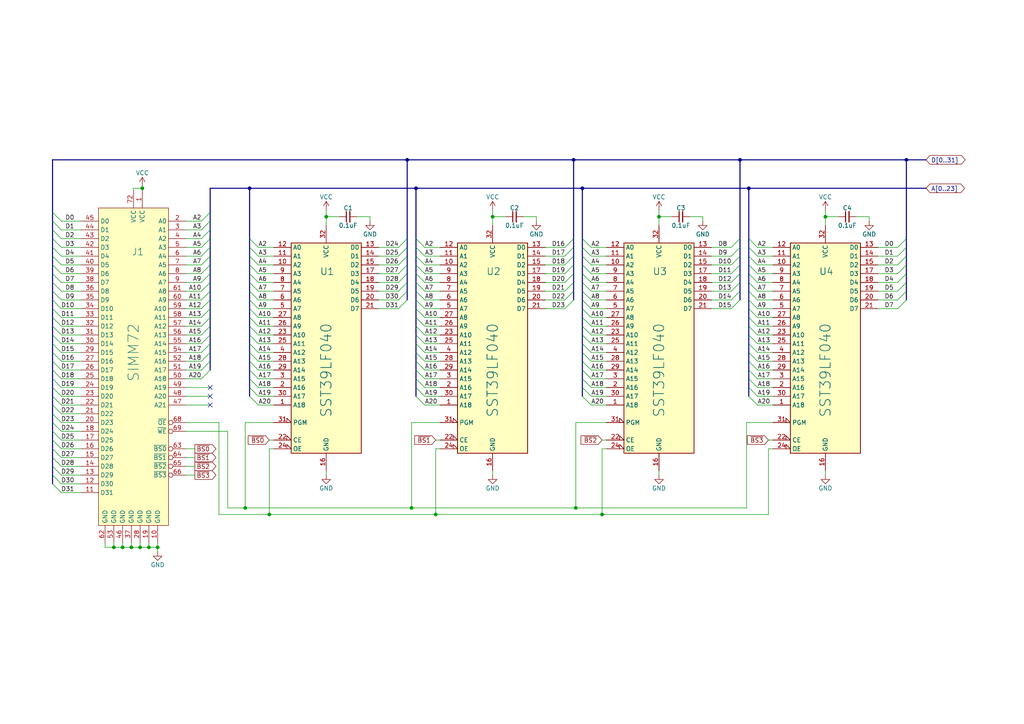
<source format=kicad_sch>
(kicad_sch (version 20230121) (generator eeschema)
  (paper "A4")
  (title_block (title "Raven flash rom") (date "2023") (rev "A0") (company "Licensed under CERN-OHL-P v2") (comment 1 "Anders Granlund"))
  (lib_symbols
    (symbol "68k:SIMM72-Raven"
      (property "Reference" "J" (at 0 29.21 0))
      (property "Value" "SIMM72" (at 1.27 0 90))
      (symbol "SIMM72-Raven_1_1"
        (pin power_in line (at -1.27 46.99 270) (length 5.08) (name "VCC") (number "1"))
        (pin power_in line (at -5.715 -55.245 90) (length 5.08) (name "GND") (number "10"))
        (pin bidirectional line (at 16.51 -40.64 180) (length 5.08) (name "D31") (number "11"))
        (pin bidirectional line (at 16.51 -38.1 180) (length 5.08) (name "D30") (number "12"))
        (pin bidirectional line (at 16.51 -35.56 180) (length 5.08) (name "D29") (number "13"))
        (pin bidirectional line (at 16.51 -33.02 180) (length 5.08) (name "D28") (number "14"))
        (pin bidirectional line (at 16.51 -30.48 180) (length 5.08) (name "D27") (number "15"))
        (pin bidirectional line (at 16.51 -27.94 180) (length 5.08) (name "D26") (number "16"))
        (pin bidirectional line (at 16.51 -25.4 180) (length 5.08) (name "D25") (number "17"))
        (pin bidirectional line (at 16.51 -22.86 180) (length 5.08) (name "D24") (number "18"))
        (pin power_in line (at -3.175 -55.245 90) (length 5.08) (name "GND") (number "19"))
        (pin input line (at -13.97 38.1 0) (length 5.08) (name "A0") (number "2"))
        (pin bidirectional line (at 16.51 -20.32 180) (length 5.08) (name "D23") (number "20"))
        (pin bidirectional line (at 16.51 -17.78 180) (length 5.08) (name "D22") (number "21"))
        (pin bidirectional line (at 16.51 -15.24 180) (length 5.08) (name "D21") (number "22"))
        (pin bidirectional line (at 16.51 -12.7 180) (length 5.08) (name "D20") (number "23"))
        (pin bidirectional line (at 16.51 -10.16 180) (length 5.08) (name "D19") (number "24"))
        (pin bidirectional line (at 16.51 -7.62 180) (length 5.08) (name "D18") (number "25"))
        (pin bidirectional line (at 16.51 -5.08 180) (length 5.08) (name "D17") (number "26"))
        (pin bidirectional line (at 16.51 -2.54 180) (length 5.08) (name "D16") (number "27"))
        (pin power_in line (at -0.635 -55.245 90) (length 5.08) (name "GND") (number "28"))
        (pin bidirectional line (at 16.51 0 180) (length 5.08) (name "D15") (number "29"))
        (pin input line (at -13.97 35.56 0) (length 5.08) (name "A1") (number "3"))
        (pin bidirectional line (at 16.51 2.54 180) (length 5.08) (name "D14") (number "30"))
        (pin bidirectional line (at 16.51 5.08 180) (length 5.08) (name "D13") (number "31"))
        (pin bidirectional line (at 16.51 7.62 180) (length 5.08) (name "D12") (number "32"))
        (pin bidirectional line (at 16.51 10.16 180) (length 5.08) (name "D11") (number "33"))
        (pin bidirectional line (at 16.51 12.7 180) (length 5.08) (name "D10") (number "34"))
        (pin bidirectional line (at 16.51 15.24 180) (length 5.08) (name "D9") (number "35"))
        (pin bidirectional line (at 16.51 17.78 180) (length 5.08) (name "D8") (number "36"))
        (pin power_in line (at 1.905 -55.245 90) (length 5.08) (name "GND") (number "37"))
        (pin bidirectional line (at 16.51 20.32 180) (length 5.08) (name "D7") (number "38"))
        (pin bidirectional line (at 16.51 22.86 180) (length 5.08) (name "D6") (number "39"))
        (pin input line (at -13.97 33.02 0) (length 5.08) (name "A2") (number "4"))
        (pin bidirectional line (at 16.51 25.4 180) (length 5.08) (name "D5") (number "40"))
        (pin bidirectional line (at 16.51 27.94 180) (length 5.08) (name "D4") (number "41"))
        (pin bidirectional line (at 16.51 30.48 180) (length 5.08) (name "D3") (number "42"))
        (pin bidirectional line (at 16.51 33.02 180) (length 5.08) (name "D2") (number "43"))
        (pin bidirectional line (at 16.51 35.56 180) (length 5.08) (name "D1") (number "44"))
        (pin bidirectional line (at 16.51 38.1 180) (length 5.08) (name "D0") (number "45"))
        (pin power_in line (at 4.445 -55.245 90) (length 5.08) (name "GND") (number "46"))
        (pin input line (at -13.97 -15.24 0) (length 5.08) (name "A21") (number "47"))
        (pin input line (at -13.97 -12.7 0) (length 5.08) (name "A20") (number "48"))
        (pin input line (at -13.97 -10.16 0) (length 5.08) (name "A19") (number "49"))
        (pin input line (at -13.97 30.48 0) (length 5.08) (name "A3") (number "5"))
        (pin input line (at -13.97 -7.62 0) (length 5.08) (name "A18") (number "50"))
        (pin input line (at -13.97 -5.08 0) (length 5.08) (name "A17") (number "51"))
        (pin input line (at -13.97 -2.54 0) (length 5.08) (name "A16") (number "52"))
        (pin power_in line (at 6.985 -55.245 90) (length 5.08) (name "GND") (number "53"))
        (pin input line (at -13.97 0 0) (length 5.08) (name "A15") (number "54"))
        (pin input line (at -13.97 2.54 0) (length 5.08) (name "A14") (number "55"))
        (pin input line (at -13.97 5.08 0) (length 5.08) (name "A13") (number "56"))
        (pin input line (at -13.97 7.62 0) (length 5.08) (name "A12") (number "57"))
        (pin input line (at -13.97 10.16 0) (length 5.08) (name "A11") (number "58"))
        (pin input line (at -13.97 12.7 0) (length 5.08) (name "A10") (number "59"))
        (pin input line (at -13.97 27.94 0) (length 5.08) (name "A4") (number "6"))
        (pin input line (at -13.97 15.24 0) (length 5.08) (name "A9") (number "60"))
        (pin input line (at -13.97 17.78 0) (length 5.08) (name "A8") (number "61"))
        (pin power_in line (at 9.525 -55.245 90) (length 5.08) (name "GND") (number "62"))
        (pin input inverted (at -13.97 -27.94 0) (length 5.08) (name "~{BS0}") (number "63"))
        (pin input inverted (at -13.97 -30.48 0) (length 5.08) (name "~{BS1}") (number "64"))
        (pin input inverted (at -13.97 -33.02 0) (length 5.08) (name "~{BS2}") (number "65"))
        (pin input inverted (at -13.97 -35.56 0) (length 5.08) (name "~{BS3}") (number "66"))
        (pin no_connect inverted (at -8.89 -39.37 180) (length 5.08) hide (name "nc") (number "67"))
        (pin input inverted (at -13.97 -20.32 0) (length 5.08) (name "~{OE}") (number "68"))
        (pin input inverted (at -13.97 -22.86 0) (length 5.08) (name "~{WE}") (number "69"))
        (pin input line (at -13.97 25.4 0) (length 5.08) (name "A5") (number "7"))
        (pin no_connect line (at -8.89 -41.91 180) (length 5.08) hide (name "nc") (number "70"))
        (pin no_connect line (at -8.89 -44.45 180) (length 5.08) hide (name "nc") (number "71"))
        (pin power_in line (at 1.27 46.99 270) (length 5.08) (name "VCC") (number "72"))
        (pin input line (at -13.97 22.86 0) (length 5.08) (name "A6") (number "8"))
        (pin input line (at -13.97 20.32 0) (length 5.08) (name "A7") (number "9"))
      )
    )
    (symbol "68k:SST39VF040_PLCC"
      (property "Reference" "U" (at 0 21.59 0))
      (property "Value" "SST39SF040" (at 0 0 90))
      (symbol "SST39VF040_PLCC_0_0"
        (pin power_in line (at 0 -34.29 90) (length 5.08) (name "GND") (number "16"))
        (pin power_in line (at 0 36.83 270) (length 5.08) (name "VCC") (number "32"))
      )
      (symbol "SST39VF040_PLCC_1_1"
        (pin input line (at -15.24 -15.24 0) (length 5.08) (name "A18") (number "1"))
        (pin input line (at -15.24 25.4 0) (length 5.08) (name "A2") (number "10"))
        (pin input line (at -15.24 27.94 0) (length 5.08) (name "A1") (number "11"))
        (pin input line (at -15.24 30.48 0) (length 5.08) (name "A0") (number "12"))
        (pin tri_state line (at 15.24 30.48 180) (length 5.08) (name "D0") (number "13"))
        (pin tri_state line (at 15.24 27.94 180) (length 5.08) (name "D1") (number "14"))
        (pin tri_state line (at 15.24 25.4 180) (length 5.08) (name "D2") (number "15"))
        (pin tri_state line (at 15.24 22.86 180) (length 5.08) (name "D3") (number "17"))
        (pin tri_state line (at 15.24 20.32 180) (length 5.08) (name "D4") (number "18"))
        (pin tri_state line (at 15.24 17.78 180) (length 5.08) (name "D5") (number "19"))
        (pin input line (at -15.24 -10.16 0) (length 5.08) (name "A16") (number "2"))
        (pin tri_state line (at 15.24 15.24 180) (length 5.08) (name "D6") (number "20"))
        (pin tri_state line (at 15.24 12.7 180) (length 5.08) (name "D7") (number "21"))
        (pin input input_low (at -15.24 -25.4 0) (length 5.08) (name "CE") (number "22"))
        (pin input line (at -15.24 5.08 0) (length 5.08) (name "A10") (number "23"))
        (pin input input_low (at -15.24 -27.94 0) (length 5.08) (name "OE") (number "24"))
        (pin input line (at -15.24 2.54 0) (length 5.08) (name "A11") (number "25"))
        (pin input line (at -15.24 7.62 0) (length 5.08) (name "A9") (number "26"))
        (pin input line (at -15.24 10.16 0) (length 5.08) (name "A8") (number "27"))
        (pin input line (at -15.24 -2.54 0) (length 5.08) (name "A13") (number "28"))
        (pin input line (at -15.24 -5.08 0) (length 5.08) (name "A14") (number "29"))
        (pin input line (at -15.24 -7.62 0) (length 5.08) (name "A15") (number "3"))
        (pin input line (at -15.24 -12.7 0) (length 5.08) (name "A17") (number "30"))
        (pin input input_low (at -15.24 -20.32 0) (length 5.08) (name "PGM") (number "31"))
        (pin input line (at -15.24 0 0) (length 5.08) (name "A12") (number "4"))
        (pin input line (at -15.24 12.7 0) (length 5.08) (name "A7") (number "5"))
        (pin input line (at -15.24 15.24 0) (length 5.08) (name "A6") (number "6"))
        (pin input line (at -15.24 17.78 0) (length 5.08) (name "A5") (number "7"))
        (pin input line (at -15.24 20.32 0) (length 5.08) (name "A4") (number "8"))
        (pin input line (at -15.24 22.86 0) (length 5.08) (name "A3") (number "9"))
      )
    )
    (symbol "68k:c_100nf_smd1206" (pin_numbers hide) (pin_names (offset 0.254) hide)
      (property "Reference" "C" (at 0.635 1.905 0))
      (property "Value" "0.1uF" (at 0.635 -1.905 0))
      (symbol "c_100nf_smd1206_1_1"
        (pin passive line (at 0 2.54 270) (length 2.032) (name "~") (number "1"))
        (pin passive line (at 0 -2.54 90) (length 2.032) (name "~") (number "2"))
      )
    )
    (symbol "power:GND" (power) (pin_names (offset 0))
      (property "Value" "GND" (at 0 -3.81 0))
      (symbol "GND_1_1"
        (pin power_in line (at 0 0 270) (length 0) hide (name "GND") (number "1"))
      )
    )
    (symbol "power:VCC" (power) (pin_names (offset 0))
      (property "Value" "VCC" (at 0 3.81 0))
      (symbol "VCC_1_1"
        (pin power_in line (at 0 0 90) (length 0) hide (name "VCC") (number "1"))
      )
    )
  )
  (junction (at 119.38 147.32))
  (junction (at 43.18 158.75))
  (junction (at 94.615 62.865))
  (junction (at 71.12 147.32))
  (junction (at 214.63 46.355))
  (junction (at 166.37 46.355))
  (junction (at 33.02 158.75))
  (junction (at 262.89 46.355))
  (junction (at 72.39 54.61))
  (junction (at 126.365 149.225))
  (junction (at 142.875 62.865))
  (junction (at 217.17 54.61))
  (junction (at 168.91 54.61))
  (junction (at 35.56 158.75))
  (junction (at 118.11 46.355))
  (junction (at 38.1 158.75))
  (junction (at 174.625 149.225))
  (junction (at 45.72 158.75))
  (junction (at 40.64 158.75))
  (junction (at 239.395 62.865))
  (junction (at 191.135 62.865))
  (junction (at 78.105 149.225))
  (junction (at 120.65 54.61))
  (junction (at 41.275 54.61))
  (junction (at 167.005 147.32))
  (no_connect (at 60.96 117.475))
  (no_connect (at 60.96 114.935))
  (no_connect (at 60.96 112.395))
  (bus_entry (at 72.39 81.915) (size 2.54 2.54))
  (bus_entry (at 15.24 132.715) (size 2.54 2.54))
  (bus_entry (at 15.24 114.935) (size 2.54 2.54))
  (bus_entry (at 72.39 104.775) (size 2.54 2.54))
  (bus_entry (at 15.24 84.455) (size 2.54 2.54))
  (bus_entry (at 72.39 97.155) (size 2.54 2.54))
  (bus_entry (at 15.24 74.295) (size 2.54 2.54))
  (bus_entry (at 166.37 79.375) (size -2.54 2.54))
  (bus_entry (at 262.89 84.455) (size -2.54 2.54))
  (bus_entry (at 120.65 112.395) (size 2.54 2.54))
  (bus_entry (at 60.96 97.155) (size -2.54 2.54))
  (bus_entry (at 15.24 104.775) (size 2.54 2.54))
  (bus_entry (at 168.91 84.455) (size 2.54 2.54))
  (bus_entry (at 15.24 89.535) (size 2.54 2.54))
  (bus_entry (at 166.37 76.835) (size -2.54 2.54))
  (bus_entry (at 15.24 107.315) (size 2.54 2.54))
  (bus_entry (at 15.24 64.135) (size 2.54 2.54))
  (bus_entry (at 168.91 112.395) (size 2.54 2.54))
  (bus_entry (at 217.17 89.535) (size 2.54 2.54))
  (bus_entry (at 118.11 76.835) (size -2.54 2.54))
  (bus_entry (at 217.17 74.295) (size 2.54 2.54))
  (bus_entry (at 72.39 84.455) (size 2.54 2.54))
  (bus_entry (at 262.89 71.755) (size -2.54 2.54))
  (bus_entry (at 217.17 109.855) (size 2.54 2.54))
  (bus_entry (at 118.11 86.995) (size -2.54 2.54))
  (bus_entry (at 60.96 84.455) (size -2.54 2.54))
  (bus_entry (at 217.17 79.375) (size 2.54 2.54))
  (bus_entry (at 168.91 89.535) (size 2.54 2.54))
  (bus_entry (at 15.24 125.095) (size 2.54 2.54))
  (bus_entry (at 217.17 84.455) (size 2.54 2.54))
  (bus_entry (at 118.11 79.375) (size -2.54 2.54))
  (bus_entry (at 166.37 69.215) (size -2.54 2.54))
  (bus_entry (at 120.65 86.995) (size 2.54 2.54))
  (bus_entry (at 120.65 102.235) (size 2.54 2.54))
  (bus_entry (at 262.89 79.375) (size -2.54 2.54))
  (bus_entry (at 168.91 102.235) (size 2.54 2.54))
  (bus_entry (at 72.39 102.235) (size 2.54 2.54))
  (bus_entry (at 214.63 84.455) (size -2.54 2.54))
  (bus_entry (at 15.24 137.795) (size 2.54 2.54))
  (bus_entry (at 60.96 71.755) (size -2.54 2.54))
  (bus_entry (at 217.17 76.835) (size 2.54 2.54))
  (bus_entry (at 72.39 107.315) (size 2.54 2.54))
  (bus_entry (at 60.96 107.315) (size -2.54 2.54))
  (bus_entry (at 15.24 76.835) (size 2.54 2.54))
  (bus_entry (at 15.24 99.695) (size 2.54 2.54))
  (bus_entry (at 168.91 76.835) (size 2.54 2.54))
  (bus_entry (at 168.91 81.915) (size 2.54 2.54))
  (bus_entry (at 72.39 86.995) (size 2.54 2.54))
  (bus_entry (at 60.96 69.215) (size -2.54 2.54))
  (bus_entry (at 120.65 99.695) (size 2.54 2.54))
  (bus_entry (at 120.65 97.155) (size 2.54 2.54))
  (bus_entry (at 118.11 81.915) (size -2.54 2.54))
  (bus_entry (at 15.24 92.075) (size 2.54 2.54))
  (bus_entry (at 72.39 89.535) (size 2.54 2.54))
  (bus_entry (at 214.63 74.295) (size -2.54 2.54))
  (bus_entry (at 166.37 81.915) (size -2.54 2.54))
  (bus_entry (at 118.11 84.455) (size -2.54 2.54))
  (bus_entry (at 120.65 84.455) (size 2.54 2.54))
  (bus_entry (at 217.17 71.755) (size 2.54 2.54))
  (bus_entry (at 168.91 97.155) (size 2.54 2.54))
  (bus_entry (at 60.96 76.835) (size -2.54 2.54))
  (bus_entry (at 72.39 109.855) (size 2.54 2.54))
  (bus_entry (at 217.17 97.155) (size 2.54 2.54))
  (bus_entry (at 168.91 107.315) (size 2.54 2.54))
  (bus_entry (at 120.65 74.295) (size 2.54 2.54))
  (bus_entry (at 60.96 94.615) (size -2.54 2.54))
  (bus_entry (at 120.65 104.775) (size 2.54 2.54))
  (bus_entry (at 120.65 69.215) (size 2.54 2.54))
  (bus_entry (at 15.24 81.915) (size 2.54 2.54))
  (bus_entry (at 120.65 92.075) (size 2.54 2.54))
  (bus_entry (at 15.24 120.015) (size 2.54 2.54))
  (bus_entry (at 120.65 79.375) (size 2.54 2.54))
  (bus_entry (at 262.89 69.215) (size -2.54 2.54))
  (bus_entry (at 168.91 104.775) (size 2.54 2.54))
  (bus_entry (at 118.11 74.295) (size -2.54 2.54))
  (bus_entry (at 217.17 102.235) (size 2.54 2.54))
  (bus_entry (at 214.63 86.995) (size -2.54 2.54))
  (bus_entry (at 120.65 109.855) (size 2.54 2.54))
  (bus_entry (at 166.37 71.755) (size -2.54 2.54))
  (bus_entry (at 120.65 89.535) (size 2.54 2.54))
  (bus_entry (at 60.96 89.535) (size -2.54 2.54))
  (bus_entry (at 214.63 76.835) (size -2.54 2.54))
  (bus_entry (at 120.65 71.755) (size 2.54 2.54))
  (bus_entry (at 72.39 71.755) (size 2.54 2.54))
  (bus_entry (at 72.39 112.395) (size 2.54 2.54))
  (bus_entry (at 120.65 107.315) (size 2.54 2.54))
  (bus_entry (at 168.91 109.855) (size 2.54 2.54))
  (bus_entry (at 60.96 81.915) (size -2.54 2.54))
  (bus_entry (at 214.63 71.755) (size -2.54 2.54))
  (bus_entry (at 217.17 81.915) (size 2.54 2.54))
  (bus_entry (at 15.24 122.555) (size 2.54 2.54))
  (bus_entry (at 60.96 99.695) (size -2.54 2.54))
  (bus_entry (at 15.24 112.395) (size 2.54 2.54))
  (bus_entry (at 118.11 71.755) (size -2.54 2.54))
  (bus_entry (at 262.89 74.295) (size -2.54 2.54))
  (bus_entry (at 168.91 94.615) (size 2.54 2.54))
  (bus_entry (at 214.63 81.915) (size -2.54 2.54))
  (bus_entry (at 217.17 107.315) (size 2.54 2.54))
  (bus_entry (at 15.24 66.675) (size 2.54 2.54))
  (bus_entry (at 15.24 79.375) (size 2.54 2.54))
  (bus_entry (at 168.91 69.215) (size 2.54 2.54))
  (bus_entry (at 15.24 127.635) (size 2.54 2.54))
  (bus_entry (at 72.39 114.935) (size 2.54 2.54))
  (bus_entry (at 15.24 69.215) (size 2.54 2.54))
  (bus_entry (at 168.91 86.995) (size 2.54 2.54))
  (bus_entry (at 168.91 74.295) (size 2.54 2.54))
  (bus_entry (at 60.96 79.375) (size -2.54 2.54))
  (bus_entry (at 15.24 117.475) (size 2.54 2.54))
  (bus_entry (at 15.24 71.755) (size 2.54 2.54))
  (bus_entry (at 262.89 76.835) (size -2.54 2.54))
  (bus_entry (at 214.63 79.375) (size -2.54 2.54))
  (bus_entry (at 217.17 86.995) (size 2.54 2.54))
  (bus_entry (at 120.65 81.915) (size 2.54 2.54))
  (bus_entry (at 262.89 81.915) (size -2.54 2.54))
  (bus_entry (at 217.17 94.615) (size 2.54 2.54))
  (bus_entry (at 120.65 76.835) (size 2.54 2.54))
  (bus_entry (at 168.91 99.695) (size 2.54 2.54))
  (bus_entry (at 168.91 114.935) (size 2.54 2.54))
  (bus_entry (at 72.39 99.695) (size 2.54 2.54))
  (bus_entry (at 166.37 86.995) (size -2.54 2.54))
  (bus_entry (at 72.39 69.215) (size 2.54 2.54))
  (bus_entry (at 118.11 69.215) (size -2.54 2.54))
  (bus_entry (at 15.24 61.595) (size 2.54 2.54))
  (bus_entry (at 15.24 86.995) (size 2.54 2.54))
  (bus_entry (at 72.39 92.075) (size 2.54 2.54))
  (bus_entry (at 262.89 86.995) (size -2.54 2.54))
  (bus_entry (at 72.39 74.295) (size 2.54 2.54))
  (bus_entry (at 15.24 109.855) (size 2.54 2.54))
  (bus_entry (at 217.17 112.395) (size 2.54 2.54))
  (bus_entry (at 15.24 102.235) (size 2.54 2.54))
  (bus_entry (at 60.96 92.075) (size -2.54 2.54))
  (bus_entry (at 60.96 66.675) (size -2.54 2.54))
  (bus_entry (at 120.65 114.935) (size 2.54 2.54))
  (bus_entry (at 217.17 104.775) (size 2.54 2.54))
  (bus_entry (at 60.96 74.295) (size -2.54 2.54))
  (bus_entry (at 72.39 94.615) (size 2.54 2.54))
  (bus_entry (at 72.39 79.375) (size 2.54 2.54))
  (bus_entry (at 60.96 102.235) (size -2.54 2.54))
  (bus_entry (at 15.24 94.615) (size 2.54 2.54))
  (bus_entry (at 217.17 99.695) (size 2.54 2.54))
  (bus_entry (at 217.17 69.215) (size 2.54 2.54))
  (bus_entry (at 166.37 84.455) (size -2.54 2.54))
  (bus_entry (at 166.37 74.295) (size -2.54 2.54))
  (bus_entry (at 60.96 61.595) (size -2.54 2.54))
  (bus_entry (at 214.63 69.215) (size -2.54 2.54))
  (bus_entry (at 60.96 86.995) (size -2.54 2.54))
  (bus_entry (at 15.24 97.155) (size 2.54 2.54))
  (bus_entry (at 168.91 79.375) (size 2.54 2.54))
  (bus_entry (at 217.17 114.935) (size 2.54 2.54))
  (bus_entry (at 15.24 130.175) (size 2.54 2.54))
  (bus_entry (at 168.91 92.075) (size 2.54 2.54))
  (bus_entry (at 15.24 135.255) (size 2.54 2.54))
  (bus_entry (at 217.17 92.075) (size 2.54 2.54))
  (bus_entry (at 15.24 140.335) (size 2.54 2.54))
  (bus_entry (at 60.96 64.135) (size -2.54 2.54))
  (bus_entry (at 120.65 94.615) (size 2.54 2.54))
  (bus_entry (at 72.39 76.835) (size 2.54 2.54))
  (bus_entry (at 168.91 71.755) (size 2.54 2.54))
  (bus_entry (at 60.96 104.775) (size -2.54 2.54))
  (wire (pts (xy 58.42 89.535) (xy 53.975 89.535)))
  (wire (pts (xy 123.19 79.375) (xy 127.635 79.375)))
  (wire (pts (xy 58.42 81.915) (xy 53.975 81.915)))
  (wire (pts (xy 171.45 117.475) (xy 175.895 117.475)))
  (wire (pts (xy 53.975 135.255) (xy 56.515 135.255)))
  (wire (pts (xy 53.975 112.395) (xy 60.96 112.395)))
  (wire (pts (xy 74.93 74.295) (xy 79.375 74.295)))
  (wire (pts (xy 191.135 62.865) (xy 191.135 60.96)))
  (wire (pts (xy 191.135 136.525) (xy 191.135 137.795)))
  (wire (pts (xy 254.635 74.295) (xy 260.35 74.295)))
  (wire (pts (xy 35.56 157.48) (xy 35.56 158.75)))
  (bus (pts (xy 15.24 114.935) (xy 15.24 112.395)))
  (wire (pts (xy 41.275 54.61) (xy 41.275 55.245)))
  (bus (pts (xy 120.65 92.075) (xy 120.65 89.535)))
  (wire (pts (xy 53.975 125.095) (xy 66.04 125.095)))
  (bus (pts (xy 15.24 89.535) (xy 15.24 86.995)))
  (bus (pts (xy 214.63 46.355) (xy 214.63 69.215)))
  (wire (pts (xy 219.71 92.075) (xy 224.155 92.075)))
  (wire (pts (xy 23.495 81.915) (xy 17.78 81.915)))
  (bus (pts (xy 262.89 46.355) (xy 262.89 69.215)))
  (bus (pts (xy 15.24 104.775) (xy 15.24 102.235)))
  (wire (pts (xy 23.495 66.675) (xy 17.78 66.675)))
  (bus (pts (xy 72.39 92.075) (xy 72.39 89.535)))
  (wire (pts (xy 254.635 79.375) (xy 260.35 79.375)))
  (wire (pts (xy 126.365 149.225) (xy 174.625 149.225)))
  (bus (pts (xy 214.63 86.995) (xy 214.63 84.455)))
  (wire (pts (xy 53.975 137.795) (xy 56.515 137.795)))
  (wire (pts (xy 191.135 62.865) (xy 191.135 65.405)))
  (wire (pts (xy 200.025 62.865) (xy 203.835 62.865)))
  (bus (pts (xy 60.96 102.235) (xy 60.96 99.695)))
  (bus (pts (xy 60.96 84.455) (xy 60.96 81.915)))
  (bus (pts (xy 217.17 92.075) (xy 217.17 89.535)))
  (wire (pts (xy 174.625 149.225) (xy 174.625 130.175)))
  (wire (pts (xy 243.205 62.865) (xy 239.395 62.865)))
  (wire (pts (xy 174.625 130.175) (xy 175.895 130.175)))
  (wire (pts (xy 58.42 104.775) (xy 53.975 104.775)))
  (bus (pts (xy 60.96 97.155) (xy 60.96 94.615)))
  (wire (pts (xy 23.495 114.935) (xy 17.78 114.935)))
  (wire (pts (xy 74.93 109.855) (xy 79.375 109.855)))
  (bus (pts (xy 120.65 54.61) (xy 120.65 69.215)))
  (wire (pts (xy 171.45 109.855) (xy 175.895 109.855)))
  (wire (pts (xy 23.495 132.715) (xy 17.78 132.715)))
  (wire (pts (xy 30.48 158.75) (xy 33.02 158.75)))
  (wire (pts (xy 219.71 89.535) (xy 224.155 89.535)))
  (bus (pts (xy 168.91 84.455) (xy 168.91 81.915)))
  (bus (pts (xy 72.39 107.315) (xy 72.39 104.775)))
  (bus (pts (xy 120.65 89.535) (xy 120.65 86.995)))
  (bus (pts (xy 262.89 74.295) (xy 262.89 71.755)))
  (wire (pts (xy 58.42 107.315) (xy 53.975 107.315)))
  (wire (pts (xy 58.42 97.155) (xy 53.975 97.155)))
  (wire (pts (xy 58.42 66.675) (xy 53.975 66.675)))
  (wire (pts (xy 38.735 54.61) (xy 38.735 55.245)))
  (bus (pts (xy 168.91 99.695) (xy 168.91 97.155)))
  (bus (pts (xy 60.96 104.775) (xy 60.96 102.235)))
  (bus (pts (xy 60.96 107.315) (xy 60.96 104.775)))
  (bus (pts (xy 168.91 97.155) (xy 168.91 94.615)))
  (bus (pts (xy 217.17 99.695) (xy 217.17 97.155)))
  (wire (pts (xy 216.535 147.32) (xy 167.005 147.32)))
  (bus (pts (xy 217.17 109.855) (xy 217.17 107.315)))
  (wire (pts (xy 38.735 54.61) (xy 41.275 54.61)))
  (wire (pts (xy 239.395 62.865) (xy 239.395 65.405)))
  (wire (pts (xy 219.71 107.315) (xy 224.155 107.315)))
  (bus (pts (xy 15.24 112.395) (xy 15.24 109.855)))
  (bus (pts (xy 214.63 79.375) (xy 214.63 76.835)))
  (wire (pts (xy 171.45 112.395) (xy 175.895 112.395)))
  (wire (pts (xy 94.615 136.525) (xy 94.615 137.795)))
  (wire (pts (xy 248.285 62.865) (xy 252.095 62.865)))
  (wire (pts (xy 45.72 158.75) (xy 45.72 160.02)))
  (wire (pts (xy 38.1 158.75) (xy 40.64 158.75)))
  (bus (pts (xy 120.65 99.695) (xy 120.65 97.155)))
  (bus (pts (xy 262.89 81.915) (xy 262.89 79.375)))
  (bus (pts (xy 72.39 97.155) (xy 72.39 94.615)))
  (bus (pts (xy 120.65 107.315) (xy 120.65 104.775)))
  (wire (pts (xy 123.19 86.995) (xy 127.635 86.995)))
  (bus (pts (xy 15.24 74.295) (xy 15.24 71.755)))
  (wire (pts (xy 74.93 114.935) (xy 79.375 114.935)))
  (bus (pts (xy 120.65 104.775) (xy 120.65 102.235)))
  (wire (pts (xy 53.975 132.715) (xy 56.515 132.715)))
  (bus (pts (xy 15.24 102.235) (xy 15.24 99.695)))
  (wire (pts (xy 119.38 122.555) (xy 119.38 147.32)))
  (wire (pts (xy 40.64 158.75) (xy 43.18 158.75)))
  (bus (pts (xy 120.65 71.755) (xy 120.65 69.215)))
  (bus (pts (xy 168.91 69.215) (xy 168.91 71.755)))
  (wire (pts (xy 151.765 62.865) (xy 155.575 62.865)))
  (wire (pts (xy 123.19 84.455) (xy 127.635 84.455)))
  (wire (pts (xy 194.945 62.865) (xy 191.135 62.865)))
  (wire (pts (xy 171.45 81.915) (xy 175.895 81.915)))
  (bus (pts (xy 217.17 89.535) (xy 217.17 86.995)))
  (bus (pts (xy 15.24 94.615) (xy 15.24 92.075)))
  (wire (pts (xy 146.685 62.865) (xy 142.875 62.865)))
  (bus (pts (xy 168.91 109.855) (xy 168.91 107.315)))
  (bus (pts (xy 72.39 79.375) (xy 72.39 76.835)))
  (bus (pts (xy 262.89 86.995) (xy 262.89 84.455)))
  (wire (pts (xy 23.495 64.135) (xy 17.78 64.135)))
  (wire (pts (xy 53.975 117.475) (xy 60.96 117.475)))
  (wire (pts (xy 219.71 97.155) (xy 224.155 97.155)))
  (bus (pts (xy 15.24 130.175) (xy 15.24 127.635)))
  (wire (pts (xy 158.115 79.375) (xy 163.83 79.375)))
  (wire (pts (xy 74.93 86.995) (xy 79.375 86.995)))
  (wire (pts (xy 66.04 147.32) (xy 71.12 147.32)))
  (wire (pts (xy 158.115 81.915) (xy 163.83 81.915)))
  (wire (pts (xy 23.495 127.635) (xy 17.78 127.635)))
  (wire (pts (xy 219.71 99.695) (xy 224.155 99.695)))
  (bus (pts (xy 168.91 74.295) (xy 168.91 71.755)))
  (wire (pts (xy 206.375 84.455) (xy 212.09 84.455)))
  (wire (pts (xy 123.19 92.075) (xy 127.635 92.075)))
  (bus (pts (xy 166.37 81.915) (xy 166.37 79.375)))
  (bus (pts (xy 217.17 74.295) (xy 217.17 71.755)))
  (bus (pts (xy 15.24 92.075) (xy 15.24 89.535)))
  (bus (pts (xy 72.39 94.615) (xy 72.39 92.075)))
  (bus (pts (xy 217.17 114.935) (xy 217.17 112.395)))
  (wire (pts (xy 254.635 84.455) (xy 260.35 84.455)))
  (wire (pts (xy 123.19 117.475) (xy 127.635 117.475)))
  (wire (pts (xy 126.365 130.175) (xy 126.365 149.225)))
  (wire (pts (xy 123.19 107.315) (xy 127.635 107.315)))
  (wire (pts (xy 74.93 112.395) (xy 79.375 112.395)))
  (bus (pts (xy 15.24 66.675) (xy 15.24 64.135)))
  (wire (pts (xy 71.12 147.32) (xy 119.38 147.32)))
  (wire (pts (xy 219.71 74.295) (xy 224.155 74.295)))
  (wire (pts (xy 206.375 86.995) (xy 212.09 86.995)))
  (bus (pts (xy 168.91 54.61) (xy 168.91 69.215)))
  (wire (pts (xy 222.885 130.175) (xy 224.155 130.175)))
  (bus (pts (xy 217.17 54.61) (xy 268.605 54.61)))
  (wire (pts (xy 23.495 76.835) (xy 17.78 76.835)))
  (wire (pts (xy 171.45 107.315) (xy 175.895 107.315)))
  (bus (pts (xy 214.63 46.355) (xy 262.89 46.355)))
  (bus (pts (xy 60.96 79.375) (xy 60.96 76.835)))
  (wire (pts (xy 58.42 74.295) (xy 53.975 74.295)))
  (bus (pts (xy 60.96 71.755) (xy 60.96 69.215)))
  (wire (pts (xy 254.635 89.535) (xy 260.35 89.535)))
  (wire (pts (xy 23.495 120.015) (xy 17.78 120.015)))
  (wire (pts (xy 219.71 81.915) (xy 224.155 81.915)))
  (bus (pts (xy 217.17 112.395) (xy 217.17 109.855)))
  (bus (pts (xy 60.96 64.135) (xy 60.96 61.595)))
  (wire (pts (xy 109.855 76.835) (xy 115.57 76.835)))
  (bus (pts (xy 15.24 127.635) (xy 15.24 125.095)))
  (wire (pts (xy 142.875 62.865) (xy 142.875 65.405)))
  (wire (pts (xy 35.56 158.75) (xy 38.1 158.75)))
  (wire (pts (xy 171.45 99.695) (xy 175.895 99.695)))
  (wire (pts (xy 219.71 104.775) (xy 224.155 104.775)))
  (wire (pts (xy 58.42 71.755) (xy 53.975 71.755)))
  (bus (pts (xy 72.39 74.295) (xy 72.39 71.755)))
  (wire (pts (xy 158.115 71.755) (xy 163.83 71.755)))
  (wire (pts (xy 219.71 84.455) (xy 224.155 84.455)))
  (bus (pts (xy 120.65 97.155) (xy 120.65 94.615)))
  (wire (pts (xy 58.42 79.375) (xy 53.975 79.375)))
  (wire (pts (xy 222.885 127.635) (xy 224.155 127.635)))
  (wire (pts (xy 252.095 62.865) (xy 252.095 64.135)))
  (wire (pts (xy 58.42 102.235) (xy 53.975 102.235)))
  (bus (pts (xy 262.89 84.455) (xy 262.89 81.915)))
  (bus (pts (xy 120.65 94.615) (xy 120.65 92.075)))
  (wire (pts (xy 203.835 62.865) (xy 203.835 64.135)))
  (bus (pts (xy 217.17 54.61) (xy 217.17 69.215)))
  (wire (pts (xy 219.71 117.475) (xy 224.155 117.475)))
  (wire (pts (xy 206.375 79.375) (xy 212.09 79.375)))
  (wire (pts (xy 123.19 99.695) (xy 127.635 99.695)))
  (bus (pts (xy 15.24 125.095) (xy 15.24 122.555)))
  (bus (pts (xy 118.11 74.295) (xy 118.11 71.755)))
  (wire (pts (xy 23.495 99.695) (xy 17.78 99.695)))
  (wire (pts (xy 222.885 149.225) (xy 174.625 149.225)))
  (bus (pts (xy 15.24 64.135) (xy 15.24 61.595)))
  (wire (pts (xy 30.48 157.48) (xy 30.48 158.75)))
  (wire (pts (xy 23.495 74.295) (xy 17.78 74.295)))
  (wire (pts (xy 23.495 94.615) (xy 17.78 94.615)))
  (bus (pts (xy 214.63 71.755) (xy 214.63 69.215)))
  (bus (pts (xy 15.24 99.695) (xy 15.24 97.155)))
  (wire (pts (xy 171.45 86.995) (xy 175.895 86.995)))
  (wire (pts (xy 58.42 84.455) (xy 53.975 84.455)))
  (wire (pts (xy 23.495 109.855) (xy 17.78 109.855)))
  (wire (pts (xy 23.495 137.795) (xy 17.78 137.795)))
  (bus (pts (xy 262.89 71.755) (xy 262.89 69.215)))
  (wire (pts (xy 123.19 112.395) (xy 127.635 112.395)))
  (wire (pts (xy 158.115 74.295) (xy 163.83 74.295)))
  (bus (pts (xy 217.17 76.835) (xy 217.17 74.295)))
  (wire (pts (xy 78.105 130.175) (xy 78.105 149.225)))
  (bus (pts (xy 60.96 99.695) (xy 60.96 97.155)))
  (wire (pts (xy 23.495 112.395) (xy 17.78 112.395)))
  (bus (pts (xy 120.65 86.995) (xy 120.65 84.455)))
  (wire (pts (xy 23.495 89.535) (xy 17.78 89.535)))
  (bus (pts (xy 60.96 94.615) (xy 60.96 92.075)))
  (wire (pts (xy 23.495 130.175) (xy 17.78 130.175)))
  (bus (pts (xy 118.11 46.355) (xy 166.37 46.355)))
  (bus (pts (xy 15.24 135.255) (xy 15.24 132.715)))
  (bus (pts (xy 168.91 54.61) (xy 217.17 54.61)))
  (bus (pts (xy 118.11 76.835) (xy 118.11 74.295)))
  (wire (pts (xy 206.375 76.835) (xy 212.09 76.835)))
  (bus (pts (xy 15.24 79.375) (xy 15.24 76.835)))
  (wire (pts (xy 74.93 102.235) (xy 79.375 102.235)))
  (bus (pts (xy 15.24 86.995) (xy 15.24 84.455)))
  (wire (pts (xy 123.19 74.295) (xy 127.635 74.295)))
  (bus (pts (xy 72.39 86.995) (xy 72.39 84.455)))
  (bus (pts (xy 15.24 46.355) (xy 15.24 61.595)))
  (wire (pts (xy 74.93 79.375) (xy 79.375 79.375)))
  (wire (pts (xy 94.615 62.865) (xy 94.615 60.96)))
  (bus (pts (xy 262.89 46.355) (xy 268.605 46.355)))
  (wire (pts (xy 109.855 81.915) (xy 115.57 81.915)))
  (wire (pts (xy 53.975 130.175) (xy 56.515 130.175)))
  (wire (pts (xy 74.93 84.455) (xy 79.375 84.455)))
  (bus (pts (xy 15.24 81.915) (xy 15.24 79.375)))
  (wire (pts (xy 219.71 112.395) (xy 224.155 112.395)))
  (wire (pts (xy 171.45 104.775) (xy 175.895 104.775)))
  (wire (pts (xy 123.19 97.155) (xy 127.635 97.155)))
  (bus (pts (xy 168.91 81.915) (xy 168.91 79.375)))
  (wire (pts (xy 158.115 86.995) (xy 163.83 86.995)))
  (bus (pts (xy 72.39 81.915) (xy 72.39 79.375)))
  (bus (pts (xy 168.91 112.395) (xy 168.91 109.855)))
  (wire (pts (xy 23.495 122.555) (xy 17.78 122.555)))
  (bus (pts (xy 60.96 81.915) (xy 60.96 79.375)))
  (bus (pts (xy 120.65 102.235) (xy 120.65 99.695)))
  (bus (pts (xy 217.17 86.995) (xy 217.17 84.455)))
  (bus (pts (xy 72.39 102.235) (xy 72.39 99.695)))
  (wire (pts (xy 33.02 157.48) (xy 33.02 158.75)))
  (bus (pts (xy 166.37 74.295) (xy 166.37 71.755)))
  (wire (pts (xy 206.375 81.915) (xy 212.09 81.915)))
  (wire (pts (xy 23.495 104.775) (xy 17.78 104.775)))
  (bus (pts (xy 217.17 81.915) (xy 217.17 79.375)))
  (bus (pts (xy 72.39 99.695) (xy 72.39 97.155)))
  (wire (pts (xy 74.93 99.695) (xy 79.375 99.695)))
  (wire (pts (xy 254.635 76.835) (xy 260.35 76.835)))
  (wire (pts (xy 98.425 62.865) (xy 94.615 62.865)))
  (bus (pts (xy 166.37 46.355) (xy 214.63 46.355)))
  (wire (pts (xy 123.19 71.755) (xy 127.635 71.755)))
  (bus (pts (xy 15.24 107.315) (xy 15.24 104.775)))
  (wire (pts (xy 103.505 62.865) (xy 107.315 62.865)))
  (wire (pts (xy 142.875 62.865) (xy 142.875 60.96)))
  (bus (pts (xy 214.63 76.835) (xy 214.63 74.295)))
  (wire (pts (xy 174.625 127.635) (xy 175.895 127.635)))
  (wire (pts (xy 126.365 130.175) (xy 127.635 130.175)))
  (wire (pts (xy 78.105 130.175) (xy 79.375 130.175)))
  (wire (pts (xy 254.635 86.995) (xy 260.35 86.995)))
  (wire (pts (xy 123.19 104.775) (xy 127.635 104.775)))
  (wire (pts (xy 119.38 147.32) (xy 167.005 147.32)))
  (wire (pts (xy 43.18 158.75) (xy 45.72 158.75)))
  (bus (pts (xy 168.91 102.235) (xy 168.91 99.695)))
  (wire (pts (xy 58.42 92.075) (xy 53.975 92.075)))
  (bus (pts (xy 168.91 76.835) (xy 168.91 74.295)))
  (bus (pts (xy 118.11 46.355) (xy 118.11 69.215)))
  (wire (pts (xy 45.72 158.75) (xy 45.72 157.48)))
  (wire (pts (xy 171.45 97.155) (xy 175.895 97.155)))
  (wire (pts (xy 123.19 109.855) (xy 127.635 109.855)))
  (wire (pts (xy 219.71 102.235) (xy 224.155 102.235)))
  (bus (pts (xy 15.24 120.015) (xy 15.24 117.475)))
  (wire (pts (xy 158.115 89.535) (xy 163.83 89.535)))
  (wire (pts (xy 74.93 104.775) (xy 79.375 104.775)))
  (wire (pts (xy 109.855 74.295) (xy 115.57 74.295)))
  (wire (pts (xy 53.975 122.555) (xy 63.5 122.555)))
  (wire (pts (xy 63.5 122.555) (xy 63.5 149.225)))
  (wire (pts (xy 58.42 69.215) (xy 53.975 69.215)))
  (wire (pts (xy 119.38 122.555) (xy 127.635 122.555)))
  (bus (pts (xy 15.24 71.755) (xy 15.24 69.215)))
  (bus (pts (xy 60.96 86.995) (xy 60.96 84.455)))
  (bus (pts (xy 168.91 89.535) (xy 168.91 86.995)))
  (wire (pts (xy 41.275 53.975) (xy 41.275 54.61)))
  (wire (pts (xy 23.495 92.075) (xy 17.78 92.075)))
  (wire (pts (xy 66.04 125.095) (xy 66.04 147.32)))
  (wire (pts (xy 23.495 71.755) (xy 17.78 71.755)))
  (wire (pts (xy 40.64 157.48) (xy 40.64 158.75)))
  (bus (pts (xy 217.17 107.315) (xy 217.17 104.775)))
  (wire (pts (xy 23.495 69.215) (xy 17.78 69.215)))
  (bus (pts (xy 72.39 54.61) (xy 120.65 54.61)))
  (wire (pts (xy 123.19 76.835) (xy 127.635 76.835)))
  (bus (pts (xy 166.37 79.375) (xy 166.37 76.835)))
  (wire (pts (xy 167.005 122.555) (xy 167.005 147.32)))
  (wire (pts (xy 23.495 79.375) (xy 17.78 79.375)))
  (wire (pts (xy 158.115 84.455) (xy 163.83 84.455)))
  (wire (pts (xy 206.375 71.755) (xy 212.09 71.755)))
  (wire (pts (xy 23.495 84.455) (xy 17.78 84.455)))
  (wire (pts (xy 222.885 130.175) (xy 222.885 149.225)))
  (wire (pts (xy 53.975 114.935) (xy 60.96 114.935)))
  (wire (pts (xy 254.635 81.915) (xy 260.35 81.915)))
  (wire (pts (xy 123.19 94.615) (xy 127.635 94.615)))
  (bus (pts (xy 15.24 76.835) (xy 15.24 74.295)))
  (bus (pts (xy 15.24 97.155) (xy 15.24 94.615)))
  (bus (pts (xy 72.39 84.455) (xy 72.39 81.915)))
  (wire (pts (xy 239.395 136.525) (xy 239.395 137.795)))
  (wire (pts (xy 171.45 102.235) (xy 175.895 102.235)))
  (bus (pts (xy 60.96 74.295) (xy 60.96 71.755)))
  (wire (pts (xy 171.45 76.835) (xy 175.895 76.835)))
  (wire (pts (xy 254.635 71.755) (xy 260.35 71.755)))
  (wire (pts (xy 216.535 122.555) (xy 216.535 147.32)))
  (bus (pts (xy 168.91 107.315) (xy 168.91 104.775)))
  (wire (pts (xy 123.19 114.935) (xy 127.635 114.935)))
  (wire (pts (xy 171.45 92.075) (xy 175.895 92.075)))
  (bus (pts (xy 72.39 89.535) (xy 72.39 86.995)))
  (bus (pts (xy 214.63 74.295) (xy 214.63 71.755)))
  (wire (pts (xy 171.45 74.295) (xy 175.895 74.295)))
  (wire (pts (xy 63.5 149.225) (xy 78.105 149.225)))
  (bus (pts (xy 60.96 66.675) (xy 60.96 64.135)))
  (wire (pts (xy 23.495 86.995) (xy 17.78 86.995)))
  (bus (pts (xy 15.24 109.855) (xy 15.24 107.315)))
  (wire (pts (xy 74.93 92.075) (xy 79.375 92.075)))
  (wire (pts (xy 219.71 79.375) (xy 224.155 79.375)))
  (wire (pts (xy 71.12 122.555) (xy 71.12 147.32)))
  (bus (pts (xy 72.39 54.61) (xy 72.39 69.215)))
  (bus (pts (xy 118.11 86.995) (xy 118.11 84.455)))
  (wire (pts (xy 94.615 62.865) (xy 94.615 65.405)))
  (bus (pts (xy 72.39 109.855) (xy 72.39 107.315)))
  (bus (pts (xy 72.39 76.835) (xy 72.39 74.295)))
  (wire (pts (xy 23.495 102.235) (xy 17.78 102.235)))
  (wire (pts (xy 155.575 62.865) (xy 155.575 64.135)))
  (wire (pts (xy 58.42 76.835) (xy 53.975 76.835)))
  (wire (pts (xy 219.71 86.995) (xy 224.155 86.995)))
  (bus (pts (xy 262.89 79.375) (xy 262.89 76.835)))
  (wire (pts (xy 216.535 122.555) (xy 224.155 122.555)))
  (bus (pts (xy 168.91 94.615) (xy 168.91 92.075)))
  (bus (pts (xy 168.91 86.995) (xy 168.91 84.455)))
  (wire (pts (xy 123.19 102.235) (xy 127.635 102.235)))
  (bus (pts (xy 118.11 79.375) (xy 118.11 76.835)))
  (wire (pts (xy 219.71 76.835) (xy 224.155 76.835)))
  (bus (pts (xy 120.65 112.395) (xy 120.65 109.855)))
  (wire (pts (xy 78.105 127.635) (xy 79.375 127.635)))
  (bus (pts (xy 262.89 76.835) (xy 262.89 74.295)))
  (wire (pts (xy 171.45 89.535) (xy 175.895 89.535)))
  (bus (pts (xy 60.96 76.835) (xy 60.96 74.295)))
  (wire (pts (xy 74.93 107.315) (xy 79.375 107.315)))
  (wire (pts (xy 43.18 157.48) (xy 43.18 158.75)))
  (bus (pts (xy 72.39 104.775) (xy 72.39 102.235)))
  (bus (pts (xy 15.24 84.455) (xy 15.24 81.915)))
  (wire (pts (xy 78.105 149.225) (xy 126.365 149.225)))
  (wire (pts (xy 23.495 107.315) (xy 17.78 107.315)))
  (bus (pts (xy 217.17 104.775) (xy 217.17 102.235)))
  (bus (pts (xy 168.91 79.375) (xy 168.91 76.835)))
  (bus (pts (xy 217.17 94.615) (xy 217.17 92.075)))
  (bus (pts (xy 217.17 71.755) (xy 217.17 69.215)))
  (wire (pts (xy 107.315 62.865) (xy 107.315 64.135)))
  (bus (pts (xy 118.11 84.455) (xy 118.11 81.915)))
  (bus (pts (xy 15.24 137.795) (xy 15.24 135.255)))
  (wire (pts (xy 109.855 84.455) (xy 115.57 84.455)))
  (wire (pts (xy 219.71 114.935) (xy 224.155 114.935)))
  (bus (pts (xy 118.11 81.915) (xy 118.11 79.375)))
  (bus (pts (xy 214.63 81.915) (xy 214.63 79.375)))
  (wire (pts (xy 171.45 79.375) (xy 175.895 79.375)))
  (wire (pts (xy 74.93 71.755) (xy 79.375 71.755)))
  (bus (pts (xy 120.65 76.835) (xy 120.65 74.295)))
  (bus (pts (xy 60.96 61.595) (xy 60.96 54.61)))
  (bus (pts (xy 214.63 84.455) (xy 214.63 81.915)))
  (wire (pts (xy 23.495 117.475) (xy 17.78 117.475)))
  (bus (pts (xy 15.24 46.355) (xy 118.11 46.355)))
  (wire (pts (xy 219.71 71.755) (xy 224.155 71.755)))
  (wire (pts (xy 23.495 125.095) (xy 17.78 125.095)))
  (bus (pts (xy 15.24 122.555) (xy 15.24 120.015)))
  (wire (pts (xy 74.93 117.475) (xy 79.375 117.475)))
  (bus (pts (xy 72.39 112.395) (xy 72.39 109.855)))
  (bus (pts (xy 217.17 97.155) (xy 217.17 94.615)))
  (wire (pts (xy 58.42 64.135) (xy 53.975 64.135)))
  (bus (pts (xy 120.65 54.61) (xy 168.91 54.61)))
  (wire (pts (xy 23.495 97.155) (xy 17.78 97.155)))
  (bus (pts (xy 120.65 81.915) (xy 120.65 79.375)))
  (wire (pts (xy 74.93 89.535) (xy 79.375 89.535)))
  (wire (pts (xy 23.495 140.335) (xy 17.78 140.335)))
  (wire (pts (xy 23.495 135.255) (xy 17.78 135.255)))
  (wire (pts (xy 74.93 81.915) (xy 79.375 81.915)))
  (bus (pts (xy 166.37 84.455) (xy 166.37 81.915)))
  (wire (pts (xy 74.93 94.615) (xy 79.375 94.615)))
  (wire (pts (xy 38.1 157.48) (xy 38.1 158.75)))
  (wire (pts (xy 123.19 89.535) (xy 127.635 89.535)))
  (bus (pts (xy 15.24 132.715) (xy 15.24 130.175)))
  (bus (pts (xy 166.37 86.995) (xy 166.37 84.455)))
  (bus (pts (xy 60.96 92.075) (xy 60.96 89.535)))
  (bus (pts (xy 166.37 46.355) (xy 166.37 69.215)))
  (bus (pts (xy 120.65 84.455) (xy 120.65 81.915)))
  (bus (pts (xy 60.96 54.61) (xy 72.39 54.61)))
  (wire (pts (xy 58.42 109.855) (xy 53.975 109.855)))
  (wire (pts (xy 109.855 86.995) (xy 115.57 86.995)))
  (bus (pts (xy 60.96 69.215) (xy 60.96 66.675)))
  (wire (pts (xy 239.395 62.865) (xy 239.395 60.96)))
  (bus (pts (xy 166.37 71.755) (xy 166.37 69.215)))
  (wire (pts (xy 158.115 76.835) (xy 163.83 76.835)))
  (bus (pts (xy 120.65 114.935) (xy 120.65 112.395)))
  (bus (pts (xy 120.65 74.295) (xy 120.65 71.755)))
  (wire (pts (xy 171.45 84.455) (xy 175.895 84.455)))
  (wire (pts (xy 167.005 122.555) (xy 175.895 122.555)))
  (bus (pts (xy 72.39 114.935) (xy 72.39 112.395)))
  (bus (pts (xy 217.17 79.375) (xy 217.17 76.835)))
  (bus (pts (xy 118.11 71.755) (xy 118.11 69.215)))
  (wire (pts (xy 171.45 114.935) (xy 175.895 114.935)))
  (wire (pts (xy 58.42 94.615) (xy 53.975 94.615)))
  (bus (pts (xy 72.39 71.755) (xy 72.39 69.215)))
  (bus (pts (xy 217.17 102.235) (xy 217.17 99.695)))
  (wire (pts (xy 126.365 127.635) (xy 127.635 127.635)))
  (wire (pts (xy 109.855 89.535) (xy 115.57 89.535)))
  (wire (pts (xy 206.375 74.295) (xy 212.09 74.295)))
  (bus (pts (xy 166.37 76.835) (xy 166.37 74.295)))
  (wire (pts (xy 109.855 79.375) (xy 115.57 79.375)))
  (bus (pts (xy 15.24 140.335) (xy 15.24 137.795)))
  (wire (pts (xy 74.93 76.835) (xy 79.375 76.835)))
  (wire (pts (xy 58.42 86.995) (xy 53.975 86.995)))
  (wire (pts (xy 219.71 94.615) (xy 224.155 94.615)))
  (bus (pts (xy 168.91 92.075) (xy 168.91 89.535)))
  (wire (pts (xy 33.02 158.75) (xy 35.56 158.75)))
  (wire (pts (xy 79.375 122.555) (xy 71.12 122.555)))
  (wire (pts (xy 23.495 142.875) (xy 17.78 142.875)))
  (wire (pts (xy 171.45 71.755) (xy 175.895 71.755)))
  (wire (pts (xy 58.42 99.695) (xy 53.975 99.695)))
  (bus (pts (xy 60.96 89.535) (xy 60.96 86.995)))
  (wire (pts (xy 219.71 109.855) (xy 224.155 109.855)))
  (wire (pts (xy 74.93 97.155) (xy 79.375 97.155)))
  (wire (pts (xy 123.19 81.915) (xy 127.635 81.915)))
  (wire (pts (xy 206.375 89.535) (xy 212.09 89.535)))
  (wire (pts (xy 171.45 94.615) (xy 175.895 94.615)))
  (bus (pts (xy 120.65 109.855) (xy 120.65 107.315)))
  (bus (pts (xy 168.91 114.935) (xy 168.91 112.395)))
  (bus (pts (xy 168.91 104.775) (xy 168.91 102.235)))
  (bus (pts (xy 15.24 69.215) (xy 15.24 66.675)))
  (wire (pts (xy 142.875 136.525) (xy 142.875 137.795)))
  (bus (pts (xy 15.24 117.475) (xy 15.24 114.935)))
  (bus (pts (xy 120.65 79.375) (xy 120.65 76.835)))
  (bus (pts (xy 217.17 84.455) (xy 217.17 81.915)))
  (wire (pts (xy 109.855 71.755) (xy 115.57 71.755)))
  (label "D19" (at 21.59 112.395 180))
  (label "A9" (at 74.93 89.535 0))
  (label "D2" (at 256.54 76.835 0))
  (label "D25" (at 111.76 74.295 0))
  (label "D22" (at 21.59 120.015 180))
  (label "D18" (at 160.02 76.835 0))
  (label "A12" (at 74.93 97.155 0))
  (label "A2" (at 219.71 71.755 0))
  (label "D21" (at 160.02 84.455 0))
  (label "A12" (at 219.71 97.155 0))
  (label "A16" (at 219.71 107.315 0))
  (label "A10" (at 123.19 92.075 0))
  (label "D7" (at 21.59 81.915 180))
  (label "A4" (at 74.93 76.835 0))
  (label "A8" (at 123.19 86.995 0))
  (label "A16" (at 123.19 107.315 0))
  (label "D4" (at 256.54 81.915 0))
  (label "A8" (at 171.45 86.995 0))
  (label "D6" (at 256.54 86.995 0))
  (label "D6" (at 21.59 79.375 180))
  (label "A3" (at 171.45 74.295 0))
  (label "D31" (at 111.76 89.535 0))
  (label "D13" (at 21.59 97.155 180))
  (label "A11" (at 58.42 86.995 180))
  (label "A3" (at 123.19 74.295 0))
  (label "A6" (at 171.45 81.915 0))
  (label "A7" (at 74.93 84.455 0))
  (label "A3" (at 74.93 74.295 0))
  (label "A2" (at 171.45 71.755 0))
  (label "D24" (at 111.76 71.755 0))
  (label "A6" (at 58.42 74.295 180))
  (label "A5" (at 219.71 79.375 0))
  (label "A9" (at 58.42 81.915 180))
  (label "A18" (at 58.42 104.775 180))
  (label "D26" (at 21.59 130.175 180))
  (label "A7" (at 58.42 76.835 180))
  (label "A7" (at 219.71 84.455 0))
  (label "D0" (at 256.54 71.755 0))
  (label "D7" (at 256.54 89.535 0))
  (label "A8" (at 74.93 86.995 0))
  (label "D16" (at 21.59 104.775 180))
  (label "A17" (at 123.19 109.855 0))
  (label "A4" (at 58.42 69.215 180))
  (label "D3" (at 256.54 79.375 0))
  (label "A20" (at 171.45 117.475 0))
  (label "D20" (at 160.02 81.915 0))
  (label "D21" (at 21.59 117.475 180))
  (label "D12" (at 21.59 94.615 180))
  (label "D28" (at 21.59 135.255 180))
  (label "A2" (at 123.19 71.755 0))
  (label "A11" (at 219.71 94.615 0))
  (label "A14" (at 219.71 102.235 0))
  (label "D30" (at 111.76 86.995 0))
  (label "A4" (at 123.19 76.835 0))
  (label "D1" (at 256.54 74.295 0))
  (label "A8" (at 58.42 79.375 180))
  (label "A6" (at 123.19 81.915 0))
  (label "A19" (at 171.45 114.935 0))
  (label "A7" (at 171.45 84.455 0))
  (label "D23" (at 21.59 122.555 180))
  (label "A14" (at 74.93 102.235 0))
  (label "D4" (at 21.59 74.295 180))
  (label "A19" (at 58.42 107.315 180))
  (label "D8" (at 208.28 71.755 0))
  (label "A11" (at 171.45 94.615 0))
  (label "A6" (at 74.93 81.915 0))
  (label "D8" (at 21.59 84.455 180))
  (label "A3" (at 219.71 74.295 0))
  (label "A5" (at 171.45 79.375 0))
  (label "A6" (at 219.71 81.915 0))
  (label "D11" (at 21.59 92.075 180))
  (label "A15" (at 171.45 104.775 0))
  (label "D10" (at 21.59 89.535 180))
  (label "A4" (at 171.45 76.835 0))
  (label "A15" (at 219.71 104.775 0))
  (label "A17" (at 74.93 109.855 0))
  (label "D26" (at 111.76 76.835 0))
  (label "A3" (at 58.42 66.675 180))
  (label "A10" (at 171.45 92.075 0))
  (label "A5" (at 123.19 79.375 0))
  (label "A4" (at 219.71 76.835 0))
  (label "A17" (at 171.45 109.855 0))
  (label "A20" (at 219.71 117.475 0))
  (label "A17" (at 58.42 102.235 180))
  (label "D29" (at 111.76 84.455 0))
  (label "D3" (at 21.59 71.755 180))
  (label "A13" (at 171.45 99.695 0))
  (label "A9" (at 171.45 89.535 0))
  (label "D20" (at 21.59 114.935 180))
  (label "D18" (at 21.59 109.855 180))
  (label "D19" (at 160.02 79.375 0))
  (label "D2" (at 21.59 69.215 180))
  (label "A13" (at 58.42 92.075 180))
  (label "A14" (at 58.42 94.615 180))
  (label "A10" (at 58.42 84.455 180))
  (label "D15" (at 208.28 89.535 0))
  (label "A13" (at 123.19 99.695 0))
  (label "A11" (at 123.19 94.615 0))
  (label "A20" (at 74.93 117.475 0))
  (label "A12" (at 123.19 97.155 0))
  (label "D17" (at 21.59 107.315 180))
  (label "D10" (at 208.28 76.835 0))
  (label "D14" (at 21.59 99.695 180))
  (label "A19" (at 123.19 114.935 0))
  (label "A10" (at 74.93 92.075 0))
  (label "A9" (at 219.71 89.535 0))
  (label "A15" (at 123.19 104.775 0))
  (label "D31" (at 21.59 142.875 180))
  (label "A16" (at 74.93 107.315 0))
  (label "A11" (at 74.93 94.615 0))
  (label "A19" (at 219.71 114.935 0))
  (label "D9" (at 21.59 86.995 180))
  (label "A20" (at 123.19 117.475 0))
  (label "A14" (at 171.45 102.235 0))
  (label "D9" (at 208.28 74.295 0))
  (label "A5" (at 58.42 71.755 180))
  (label "D17" (at 160.02 74.295 0))
  (label "A17" (at 219.71 109.855 0))
  (label "D29" (at 21.59 137.795 180))
  (label "A16" (at 171.45 107.315 0))
  (label "A15" (at 74.93 104.775 0))
  (label "D11" (at 208.28 79.375 0))
  (label "D1" (at 21.59 66.675 180))
  (label "A12" (at 58.42 89.535 180))
  (label "D15" (at 21.59 102.235 180))
  (label "A2" (at 74.93 71.755 0))
  (label "A14" (at 123.19 102.235 0))
  (label "A10" (at 219.71 92.075 0))
  (label "D30" (at 21.59 140.335 180))
  (label "D22" (at 160.02 86.995 0))
  (label "A19" (at 74.93 114.935 0))
  (label "A18" (at 219.71 112.395 0))
  (label "D24" (at 21.59 125.095 180))
  (label "A8" (at 219.71 86.995 0))
  (label "D27" (at 111.76 79.375 0))
  (label "A5" (at 74.93 79.375 0))
  (label "D14" (at 208.28 86.995 0))
  (label "A18" (at 171.45 112.395 0))
  (label "A13" (at 219.71 99.695 0))
  (label "A12" (at 171.45 97.155 0))
  (label "A16" (at 58.42 99.695 180))
  (label "D5" (at 256.54 84.455 0))
  (label "A20" (at 58.42 109.855 180))
  (label "A18" (at 123.19 112.395 0))
  (label "D23" (at 160.02 89.535 0))
  (label "A18" (at 74.93 112.395 0))
  (label "D13" (at 208.28 84.455 0))
  (label "D28" (at 111.76 81.915 0))
  (label "D0" (at 21.59 64.135 180))
  (label "A7" (at 123.19 84.455 0))
  (label "A13" (at 74.93 99.695 0))
  (label "D27" (at 21.59 132.715 180))
  (label "D12" (at 208.28 81.915 0))
  (label "D16" (at 160.02 71.755 0))
  (label "D5" (at 21.59 76.835 180))
  (label "A2" (at 58.42 64.135 180))
  (label "A9" (at 123.19 89.535 0))
  (label "D25" (at 21.59 127.635 180))
  (label "A15" (at 58.42 97.155 180))
  (global_label "~{BS0}" (shape output) (at 56.515 130.175 0) (property "Intersheetrefs" "${INTERSHEET_REFS}" (effects hide)))
  (global_label "A[0..23]" (shape bidirectional) (at 268.605 54.61 0) (property "Intersheetrefs" "${INTERSHEET_REFS}" (effects hide)))
  (global_label "~{BS2}" (shape input) (at 174.625 127.635 180) (property "Intersheetrefs" "${INTERSHEET_REFS}" (effects hide)))
  (global_label "~{BS3}" (shape output) (at 56.515 137.795 0) (property "Intersheetrefs" "${INTERSHEET_REFS}" (effects hide)))
  (global_label "~{BS1}" (shape input) (at 126.365 127.635 180) (property "Intersheetrefs" "${INTERSHEET_REFS}" (effects hide)))
  (global_label "D[0..31]" (shape bidirectional) (at 268.605 46.355 0) (property "Intersheetrefs" "${INTERSHEET_REFS}" (effects hide)))
  (global_label "~{BS1}" (shape output) (at 56.515 132.715 0) (property "Intersheetrefs" "${INTERSHEET_REFS}" (effects hide)))
  (global_label "~{BS2}" (shape output) (at 56.515 135.255 0) (property "Intersheetrefs" "${INTERSHEET_REFS}" (effects hide)))
  (global_label "~{BS0}" (shape input) (at 78.105 127.635 180) (property "Intersheetrefs" "${INTERSHEET_REFS}" (effects hide)))
  (global_label "~{BS3}" (shape input) (at 222.885 127.635 180) (property "Intersheetrefs" "${INTERSHEET_REFS}" (effects hide)))
  (symbol (lib_id "68k:SIMM72-Raven") (at 40.005 102.235 0) (mirror y) (unit 1) (in_bom no)
    (property "Reference" "J1" (at 40.005 73.025 0) (effects (font (size 2 2))))
    (property "Value" "SIMM72" (at 38.735 102.235 90) (effects (font (size 3 3))))
    (property "Footprint" "68k:SIMM72_edge" (effects hide))
  )
  (symbol (lib_id "power:GND") (at 191.135 137.795 0) (unit 1)
    (property "Reference" "#PWR011" (effects hide))
    (property "Value" "GND" (at 191.135 141.605 0))
  )
  (symbol (lib_id "power:GND") (at 45.72 160.02 0) (unit 1)
    (property "Reference" "#PWR02" (effects hide))
    (property "Value" "GND" (at 45.72 163.83 0))
  )
  (symbol (lib_id "power:GND") (at 239.395 137.795 0) (unit 1)
    (property "Reference" "#PWR012" (effects hide))
    (property "Value" "GND" (at 239.395 141.605 0))
  )
  (symbol (lib_id "power:VCC") (at 191.135 60.96 0) (unit 1)
    (property "Reference" "#PWR07" (effects hide))
    (property "Value" "VCC" (at 191.135 57.15 0))
  )
  (symbol (lib_id "68k:SST39VF040_PLCC") (at 191.135 102.235 0) (unit 1)
    (property "Reference" "U3" (at 189.23 78.74 0) (effects (font (size 2 2)) (justify left)))
    (property "Value" "SST39LF040" (at 191.135 121.285 90) (effects (font (size 3 3)) (justify left)))
    (property "Footprint" "Package_LCC:PLCC-32_THT-Socket" (effects hide))
    (property "Datasheet" "https://www.mouser.se/datasheet/2/268/20005023B-709002.pdf" (effects hide))
    (property "Manufacturer_Name" "Microchip" (effects hide))
    (property "Manufacturer_Part_Number" "SST39LF040-55-4C-NHE-T" (effects hide))
  )
  (symbol (lib_id "68k:c_100nf_smd1206") (at 245.745 62.865 90) (unit 1)
    (property "Reference" "C4" (at 245.745 60.325 90))
    (property "Value" "0.1uF" (at 245.745 65.405 90))
    (property "Footprint" "Capacitor_SMD:C_1206_3216Metric_Pad1.33x1.80mm_HandSolder" (effects hide))
    (property "Datasheet" "https://www.mouser.se/datasheet/2/447/KEM_C1002_X7R_SMD-3316098.pdf" (effects hide))
    (property "Manufacturer_Name" "KEMET" (effects hide))
    (property "Manufacturer_Part_Number" "C1206C104K5RACTU" (effects hide))
  )
  (symbol (lib_id "68k:c_100nf_smd1206") (at 149.225 62.865 90) (unit 1)
    (property "Reference" "C2" (at 149.225 60.325 90))
    (property "Value" "0.1uF" (at 149.225 65.405 90))
    (property "Footprint" "Capacitor_SMD:C_1206_3216Metric_Pad1.33x1.80mm_HandSolder" (effects hide))
    (property "Datasheet" "https://www.mouser.se/datasheet/2/447/KEM_C1002_X7R_SMD-3316098.pdf" (effects hide))
    (property "Manufacturer_Name" "KEMET" (effects hide))
    (property "Manufacturer_Part_Number" "C1206C104K5RACTU" (effects hide))
  )
  (symbol (lib_id "power:VCC") (at 41.275 53.975 0) (unit 1)
    (property "Reference" "#PWR01" (effects hide))
    (property "Value" "VCC" (at 41.275 50.165 0))
  )
  (symbol (lib_id "power:VCC") (at 142.875 60.96 0) (unit 1)
    (property "Reference" "#PWR05" (effects hide))
    (property "Value" "VCC" (at 142.875 57.15 0))
  )
  (symbol (lib_id "power:VCC") (at 94.615 60.96 0) (unit 1)
    (property "Reference" "#PWR03" (effects hide))
    (property "Value" "VCC" (at 94.615 57.15 0))
  )
  (symbol (lib_id "68k:SST39VF040_PLCC") (at 142.875 102.235 0) (unit 1)
    (property "Reference" "U2" (at 140.97 78.74 0) (effects (font (size 2 2)) (justify left)))
    (property "Value" "SST39LF040" (at 142.875 121.285 90) (effects (font (size 3 3)) (justify left)))
    (property "Footprint" "Package_LCC:PLCC-32_THT-Socket" (effects hide))
    (property "Datasheet" "https://www.mouser.se/datasheet/2/268/20005023B-709002.pdf" (effects hide))
    (property "Manufacturer_Name" "Microchip" (effects hide))
    (property "Manufacturer_Part_Number" "SST39LF040-55-4C-NHE-T" (effects hide))
  )
  (symbol (lib_id "68k:c_100nf_smd1206") (at 197.485 62.865 90) (unit 1)
    (property "Reference" "C3" (at 197.485 60.325 90))
    (property "Value" "0.1uF" (at 197.485 65.405 90))
    (property "Footprint" "Capacitor_SMD:C_1206_3216Metric_Pad1.33x1.80mm_HandSolder" (effects hide))
    (property "Datasheet" "https://www.mouser.se/datasheet/2/447/KEM_C1002_X7R_SMD-3316098.pdf" (effects hide))
    (property "Manufacturer_Name" "KEMET" (effects hide))
    (property "Manufacturer_Part_Number" "C1206C104K5RACTU" (effects hide))
  )
  (symbol (lib_id "68k:SST39VF040_PLCC") (at 239.395 102.235 0) (unit 1)
    (property "Reference" "U4" (at 237.49 78.74 0) (effects (font (size 2 2)) (justify left)))
    (property "Value" "SST39LF040" (at 239.395 121.285 90) (effects (font (size 3 3)) (justify left)))
    (property "Footprint" "Package_LCC:PLCC-32_THT-Socket" (effects hide))
    (property "Datasheet" "https://www.mouser.se/datasheet/2/268/20005023B-709002.pdf" (effects hide))
    (property "Manufacturer_Name" "Microchip" (effects hide))
    (property "Manufacturer_Part_Number" "SST39LF040-55-4C-NHE-T" (effects hide))
  )
  (symbol (lib_id "power:GND") (at 94.615 137.795 0) (unit 1)
    (property "Reference" "#PWR014" (effects hide))
    (property "Value" "GND" (at 94.615 141.605 0))
  )
  (symbol (lib_id "power:GND") (at 252.095 64.135 0) (unit 1)
    (property "Reference" "#PWR010" (effects hide))
    (property "Value" "GND" (at 252.095 67.945 0))
  )
  (symbol (lib_id "power:GND") (at 203.835 64.135 0) (unit 1)
    (property "Reference" "#PWR08" (effects hide))
    (property "Value" "GND" (at 203.835 67.945 0))
  )
  (symbol (lib_id "power:GND") (at 155.575 64.135 0) (unit 1)
    (property "Reference" "#PWR06" (effects hide))
    (property "Value" "GND" (at 155.575 67.945 0))
  )
  (symbol (lib_id "68k:c_100nf_smd1206") (at 100.965 62.865 90) (unit 1)
    (property "Reference" "C1" (at 100.965 60.325 90))
    (property "Value" "0.1uF" (at 100.965 65.405 90))
    (property "Footprint" "Capacitor_SMD:C_1206_3216Metric_Pad1.33x1.80mm_HandSolder" (effects hide))
    (property "Datasheet" "https://www.mouser.se/datasheet/2/447/KEM_C1002_X7R_SMD-3316098.pdf" (effects hide))
    (property "Manufacturer_Name" "KEMET" (effects hide))
    (property "Manufacturer_Part_Number" "C1206C104K5RACTU" (effects hide))
  )
  (symbol (lib_id "power:GND") (at 107.315 64.135 0) (unit 1)
    (property "Reference" "#PWR04" (effects hide))
    (property "Value" "GND" (at 107.315 67.945 0))
  )
  (symbol (lib_id "68k:SST39VF040_PLCC") (at 94.615 102.235 0) (unit 1)
    (property "Reference" "U1" (at 92.71 78.74 0) (effects (font (size 2 2)) (justify left)))
    (property "Value" "SST39LF040" (at 94.615 121.285 90) (effects (font (size 3 3)) (justify left)))
    (property "Footprint" "Package_LCC:PLCC-32_THT-Socket" (effects hide))
    (property "Datasheet" "https://www.mouser.se/datasheet/2/268/20005023B-709002.pdf" (effects hide))
    (property "Manufacturer_Name" "Microchip" (effects hide))
    (property "Manufacturer_Part_Number" "SST39LF040-55-4C-NHE-T" (effects hide))
  )
  (symbol (lib_id "power:GND") (at 142.875 137.795 0) (unit 1)
    (property "Reference" "#PWR013" (effects hide))
    (property "Value" "GND" (at 142.875 141.605 0))
  )
  (symbol (lib_id "power:VCC") (at 239.395 60.96 0) (unit 1)
    (property "Reference" "#PWR09" (effects hide))
    (property "Value" "VCC" (at 239.395 57.15 0))
  )
)
</source>
